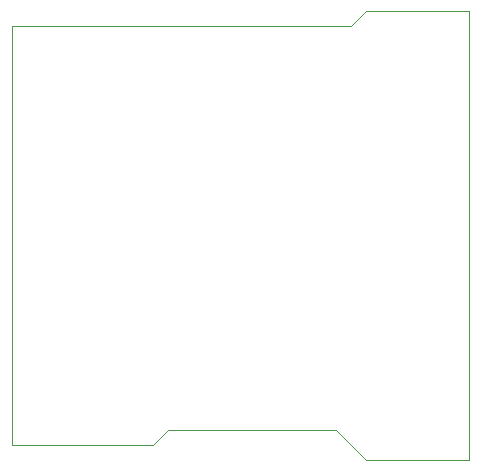
<source format=gbr>
%TF.GenerationSoftware,KiCad,Pcbnew,8.0.1*%
%TF.CreationDate,2024-09-10T20:33:54-04:00*%
%TF.ProjectId,SmartLED_Shield_Breakout,536d6172-744c-4454-945f-536869656c64,1.1*%
%TF.SameCoordinates,Original*%
%TF.FileFunction,Profile,NP*%
%FSLAX46Y46*%
G04 Gerber Fmt 4.6, Leading zero omitted, Abs format (unit mm)*
G04 Created by KiCad (PCBNEW 8.0.1) date 2024-09-10 20:33:54*
%MOMM*%
%LPD*%
G01*
G04 APERTURE LIST*
%TA.AperFunction,Profile*%
%ADD10C,0.025400*%
%TD*%
G04 APERTURE END LIST*
D10*
X152500000Y-90750005D02*
X135750000Y-90750000D01*
X153750000Y-127500000D02*
X162499990Y-127500000D01*
X135750000Y-126250000D02*
X137000000Y-125000000D01*
X123750000Y-90750000D02*
X123750000Y-126250000D01*
X151250000Y-125000000D02*
X153750000Y-127500000D01*
X135750000Y-90750000D02*
X123750000Y-90750000D01*
X137000000Y-125000000D02*
X151250000Y-125000000D01*
X162499990Y-127500000D02*
X162500000Y-89500010D01*
X162500000Y-89500010D02*
X153750000Y-89500010D01*
X123750000Y-126250000D02*
X135750000Y-126250000D01*
X153750000Y-89500010D02*
X152500000Y-90750005D01*
M02*

</source>
